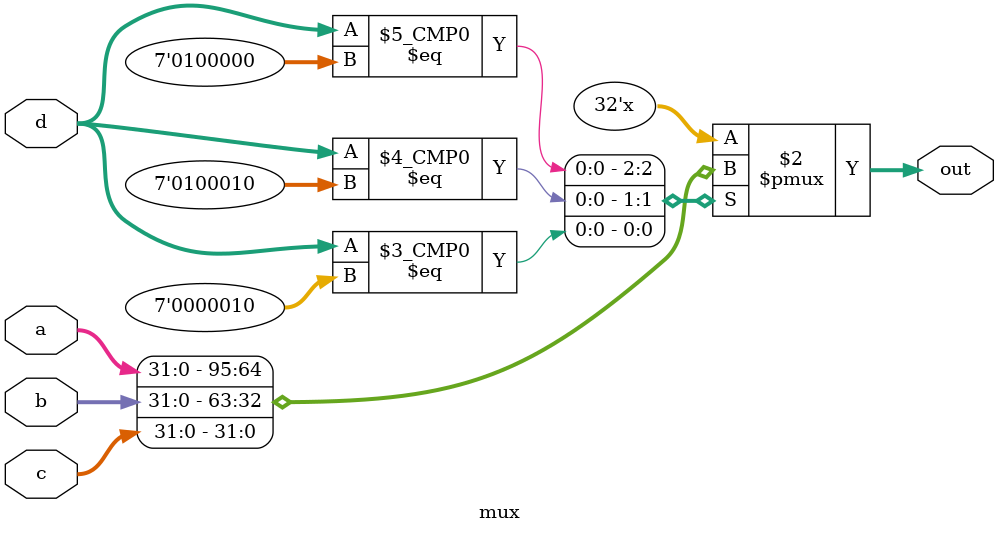
<source format=v>
module mux(
		input [31:0] a, b, c,
		input [6:0]  d,
		output reg [31:0] out
	);
	
always@(a, b, c, d) begin
	case(d)
		6'b100000: begin
			out <= a;
		end
		6'b100010: begin
			out <= b;
		end
		6'b000010: begin
			out <= c;
		end
	endcase
end
endmodule

</source>
